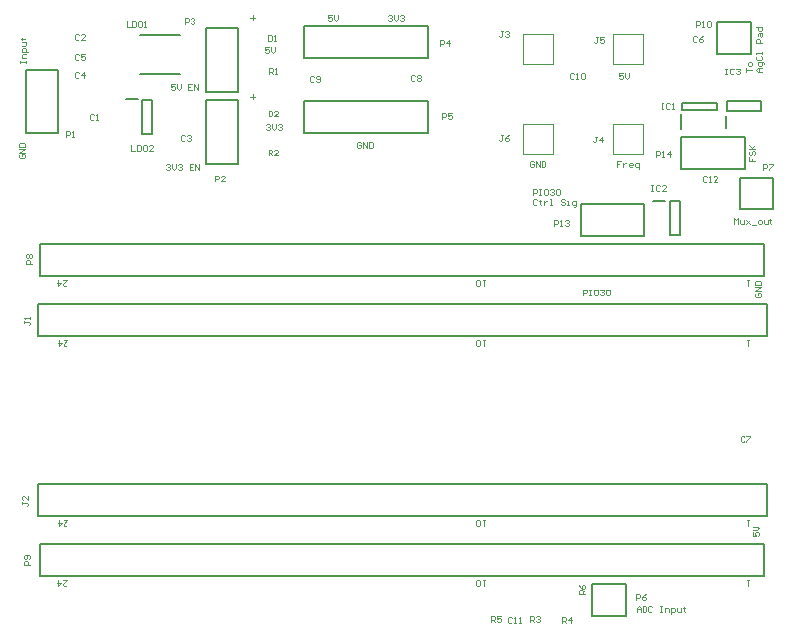
<source format=gto>
G04*
G04 #@! TF.GenerationSoftware,Altium Limited,Altium Designer,20.1.12 (249)*
G04*
G04 Layer_Color=65535*
%FSLAX44Y44*%
%MOMM*%
G71*
G04*
G04 #@! TF.SameCoordinates,28A8639E-1F06-4054-8E9C-96101E26D361*
G04*
G04*
G04 #@! TF.FilePolarity,Positive*
G04*
G01*
G75*
%ADD10C,0.2000*%
%ADD11C,0.1524*%
%ADD12C,0.1000*%
D10*
X644200Y353858D02*
Y380758D01*
X615800D02*
X644200D01*
X615800Y353858D02*
Y380758D01*
Y353858D02*
X644200D01*
X625200Y485550D02*
Y512450D01*
X596800D02*
X625200D01*
X596800Y485550D02*
Y512450D01*
Y485550D02*
X625200D01*
X519200Y9550D02*
Y36450D01*
X490800D02*
X519200D01*
X490800Y9550D02*
Y36450D01*
Y9550D02*
X519200D01*
X23700Y43350D02*
Y70250D01*
Y43350D02*
X636300D01*
Y70250D01*
X23700D02*
X636300D01*
X556442Y360792D02*
X564942D01*
Y331792D02*
Y360792D01*
X556442Y331792D02*
X564942D01*
X556442D02*
Y360792D01*
X542442Y361292D02*
X552942D01*
X605043Y436750D02*
Y445250D01*
X634043D01*
Y436750D02*
Y445250D01*
X605043Y436750D02*
X634043D01*
X604543Y422750D02*
Y433250D01*
X11550Y471900D02*
X38450D01*
X11550Y418100D02*
Y471900D01*
Y418100D02*
X38450D01*
Y471900D01*
X638550Y94100D02*
Y121100D01*
X21450D02*
X638550D01*
X21450Y94100D02*
Y121100D01*
Y94100D02*
X638550D01*
X23700Y297350D02*
Y324250D01*
Y297350D02*
X636300D01*
Y324250D01*
X23700D02*
X636300D01*
X638550Y246500D02*
Y273500D01*
X21450D02*
X638550D01*
X21450Y246500D02*
Y273500D01*
Y246500D02*
X638550D01*
X481100Y331292D02*
Y358192D01*
Y331292D02*
X534900D01*
Y358192D01*
X481100D02*
X534900D01*
X566100Y387800D02*
Y414700D01*
Y387800D02*
X619900D01*
Y414700D01*
X566100D02*
X619900D01*
X565750Y422243D02*
Y434243D01*
X567250Y437743D02*
X596250D01*
Y443743D01*
X567250D02*
X596250D01*
X567250Y437743D02*
Y443743D01*
X246950Y482300D02*
Y509200D01*
Y482300D02*
X351550D01*
Y509200D01*
X246950D02*
X351550D01*
X246950Y418607D02*
Y445508D01*
Y418607D02*
X351550D01*
Y445508D01*
X246950D02*
X351550D01*
X109917Y446389D02*
X118417D01*
Y417389D02*
Y446389D01*
X109917Y417389D02*
X118417D01*
X109917D02*
Y446389D01*
X95917Y446889D02*
X106417D01*
X164300Y392507D02*
X191200D01*
Y446308D01*
X164300D02*
X191200D01*
X164300Y392507D02*
Y446308D01*
Y507150D02*
X191200D01*
X164300Y453350D02*
Y507150D01*
Y453350D02*
X191200D01*
Y507150D01*
D11*
X108236Y468236D02*
X141764D01*
X108236Y501764D02*
X141764D01*
D12*
X432300Y426500D02*
X457700D01*
Y401100D02*
Y426500D01*
X432300Y401100D02*
X457700D01*
X432300D02*
Y426500D01*
X508500D02*
X533900D01*
Y401100D02*
Y426500D01*
X508500Y401100D02*
X533900D01*
X508500D02*
Y426500D01*
Y502700D02*
X533900D01*
Y477300D02*
Y502700D01*
X508500Y477300D02*
X533900D01*
X508500D02*
Y502700D01*
X432300D02*
X457700D01*
Y477300D02*
Y502700D01*
X432300Y477300D02*
X457700D01*
X432300D02*
Y502700D01*
X621188Y470500D02*
Y473832D01*
Y472166D01*
X626186D01*
Y476331D02*
Y477998D01*
X625353Y478831D01*
X623687D01*
X622854Y477998D01*
Y476331D01*
X623687Y475498D01*
X625353D01*
X626186Y476331D01*
X634584Y470500D02*
X631252D01*
X629585Y472166D01*
X631252Y473832D01*
X634584D01*
X632085D01*
Y470500D01*
X636250Y477164D02*
Y477998D01*
X635417Y478831D01*
X631252D01*
Y476331D01*
X632085Y475498D01*
X633751D01*
X634584Y476331D01*
Y478831D01*
X630419Y483829D02*
X629585Y482996D01*
Y481330D01*
X630419Y480497D01*
X633751D01*
X634584Y481330D01*
Y482996D01*
X633751Y483829D01*
X634584Y485495D02*
Y487161D01*
Y486328D01*
X629585D01*
Y485495D01*
X634584Y494659D02*
X629585D01*
Y497158D01*
X630419Y497991D01*
X632085D01*
X632918Y497158D01*
Y494659D01*
X631252Y500490D02*
Y502156D01*
X632085Y502989D01*
X634584D01*
Y500490D01*
X633751Y499657D01*
X632918Y500490D01*
Y502989D01*
X629585Y507988D02*
X634584D01*
Y505489D01*
X633751Y504656D01*
X632085D01*
X631252Y505489D01*
Y507988D01*
X441000Y366064D02*
Y371063D01*
X443499D01*
X444332Y370229D01*
Y368563D01*
X443499Y367730D01*
X441000D01*
X445998Y371063D02*
X447664D01*
X446831D01*
Y366064D01*
X445998D01*
X447664D01*
X452663Y371063D02*
X450997D01*
X450164Y370229D01*
Y366897D01*
X450997Y366064D01*
X452663D01*
X453496Y366897D01*
Y370229D01*
X452663Y371063D01*
X455162Y370229D02*
X455995Y371063D01*
X457661D01*
X458494Y370229D01*
Y369396D01*
X457661Y368563D01*
X456828D01*
X457661D01*
X458494Y367730D01*
Y366897D01*
X457661Y366064D01*
X455995D01*
X455162Y366897D01*
X460160Y370229D02*
X460993Y371063D01*
X462660D01*
X463493Y370229D01*
Y366897D01*
X462660Y366064D01*
X460993D01*
X460160Y366897D01*
Y370229D01*
X444332Y361831D02*
X443499Y362664D01*
X441833D01*
X441000Y361831D01*
Y358499D01*
X441833Y357666D01*
X443499D01*
X444332Y358499D01*
X446831Y361831D02*
Y360998D01*
X445998D01*
X447664D01*
X446831D01*
Y358499D01*
X447664Y357666D01*
X450164Y360998D02*
Y357666D01*
Y359332D01*
X450997Y360165D01*
X451830Y360998D01*
X452663D01*
X455162Y357666D02*
X456828D01*
X455995D01*
Y362664D01*
X455162D01*
X467658Y361831D02*
X466825Y362664D01*
X465159D01*
X464326Y361831D01*
Y360998D01*
X465159Y360165D01*
X466825D01*
X467658Y359332D01*
Y358499D01*
X466825Y357666D01*
X465159D01*
X464326Y358499D01*
X469324Y357666D02*
X470990D01*
X470157D01*
Y360998D01*
X469324D01*
X475155Y356000D02*
X475989D01*
X476822Y356833D01*
Y360998D01*
X474323D01*
X473489Y360165D01*
Y358499D01*
X474323Y357666D01*
X476822D01*
X611000Y341833D02*
Y346831D01*
X612666Y345165D01*
X614332Y346831D01*
Y341833D01*
X615998Y345165D02*
Y342666D01*
X616831Y341833D01*
X619331D01*
Y345165D01*
X620997D02*
X624329Y341833D01*
X622663Y343499D01*
X624329Y345165D01*
X620997Y341833D01*
X625995Y341000D02*
X629327D01*
X631827Y341833D02*
X633493D01*
X634326Y342666D01*
Y344332D01*
X633493Y345165D01*
X631827D01*
X630993Y344332D01*
Y342666D01*
X631827Y341833D01*
X635992Y345165D02*
Y342666D01*
X636825Y341833D01*
X639324D01*
Y345165D01*
X641823Y345998D02*
Y345165D01*
X640990D01*
X642656D01*
X641823D01*
Y342666D01*
X642656Y341833D01*
X528500Y12666D02*
Y15998D01*
X530166Y17665D01*
X531832Y15998D01*
Y12666D01*
Y15165D01*
X528500D01*
X533498Y17665D02*
Y12666D01*
X535998D01*
X536831Y13499D01*
Y16831D01*
X535998Y17665D01*
X533498D01*
X541829Y16831D02*
X540996Y17665D01*
X539330D01*
X538497Y16831D01*
Y13499D01*
X539330Y12666D01*
X540996D01*
X541829Y13499D01*
X548493Y17665D02*
X550160D01*
X549327D01*
Y12666D01*
X548493D01*
X550160D01*
X552659D02*
Y15998D01*
X555158D01*
X555991Y15165D01*
Y12666D01*
X557657Y11000D02*
Y15998D01*
X560156D01*
X560989Y15165D01*
Y13499D01*
X560156Y12666D01*
X557657D01*
X562655Y15998D02*
Y13499D01*
X563489Y12666D01*
X565988D01*
Y15998D01*
X568487Y16831D02*
Y15998D01*
X567654D01*
X569320D01*
X568487D01*
Y13499D01*
X569320Y12666D01*
X483500Y281000D02*
Y285998D01*
X485999D01*
X486832Y285165D01*
Y283499D01*
X485999Y282666D01*
X483500D01*
X488498Y285998D02*
X490164D01*
X489331D01*
Y281000D01*
X488498D01*
X490164D01*
X495163Y285998D02*
X493497D01*
X492664Y285165D01*
Y281833D01*
X493497Y281000D01*
X495163D01*
X495996Y281833D01*
Y285165D01*
X495163Y285998D01*
X497662Y285165D02*
X498495Y285998D01*
X500161D01*
X500994Y285165D01*
Y284332D01*
X500161Y283499D01*
X499328D01*
X500161D01*
X500994Y282666D01*
Y281833D01*
X500161Y281000D01*
X498495D01*
X497662Y281833D01*
X502660Y285165D02*
X503493Y285998D01*
X505160D01*
X505993Y285165D01*
Y281833D01*
X505160Y281000D01*
X503493D01*
X502660Y281833D01*
Y285165D01*
X627002Y80332D02*
Y77000D01*
X629501D01*
X628668Y78666D01*
Y79499D01*
X629501Y80332D01*
X631167D01*
X632000Y79499D01*
Y77833D01*
X631167Y77000D01*
X627002Y81998D02*
X630334D01*
X632000Y83665D01*
X630334Y85331D01*
X627002D01*
X629835Y283332D02*
X629002Y282499D01*
Y280833D01*
X629835Y280000D01*
X633167D01*
X634000Y280833D01*
Y282499D01*
X633167Y283332D01*
X631501D01*
Y281666D01*
X634000Y284998D02*
X629002D01*
X634000Y288331D01*
X629002D01*
Y289997D02*
X634000D01*
Y292496D01*
X633167Y293329D01*
X629835D01*
X629002Y292496D01*
Y289997D01*
X624002Y398332D02*
Y395000D01*
X626501D01*
Y396666D01*
Y395000D01*
X629000D01*
X624835Y403331D02*
X624002Y402497D01*
Y400831D01*
X624835Y399998D01*
X625668D01*
X626501Y400831D01*
Y402497D01*
X627334Y403331D01*
X628167D01*
X629000Y402497D01*
Y400831D01*
X628167Y399998D01*
X624002Y404997D02*
X629000D01*
X627334D01*
X624002Y408329D01*
X626501Y405830D01*
X629000Y408329D01*
X215000Y425165D02*
X215833Y425998D01*
X217499D01*
X218332Y425165D01*
Y424332D01*
X217499Y423499D01*
X216666D01*
X217499D01*
X218332Y422666D01*
Y421833D01*
X217499Y421000D01*
X215833D01*
X215000Y421833D01*
X219998Y425998D02*
Y422666D01*
X221665Y421000D01*
X223331Y422666D01*
Y425998D01*
X224997Y425165D02*
X225830Y425998D01*
X227496D01*
X228329Y425165D01*
Y424332D01*
X227496Y423499D01*
X226663D01*
X227496D01*
X228329Y422666D01*
Y421833D01*
X227496Y421000D01*
X225830D01*
X224997Y421833D01*
X217332Y490998D02*
X214000D01*
Y488499D01*
X215666Y489332D01*
X216499D01*
X217332Y488499D01*
Y486833D01*
X216499Y486000D01*
X214833D01*
X214000Y486833D01*
X218998Y490998D02*
Y487666D01*
X220665Y486000D01*
X222331Y487666D01*
Y490998D01*
X517332Y468998D02*
X514000D01*
Y466499D01*
X515666Y467332D01*
X516499D01*
X517332Y466499D01*
Y464833D01*
X516499Y464000D01*
X514833D01*
X514000Y464833D01*
X518998Y468998D02*
Y465666D01*
X520664Y464000D01*
X522331Y465666D01*
Y468998D01*
X515332Y394664D02*
X512000D01*
Y392165D01*
X513666D01*
X512000D01*
Y389666D01*
X516998Y392998D02*
Y389666D01*
Y391332D01*
X517831Y392165D01*
X518665Y392998D01*
X519497D01*
X524496Y389666D02*
X522830D01*
X521997Y390499D01*
Y392165D01*
X522830Y392998D01*
X524496D01*
X525329Y392165D01*
Y391332D01*
X521997D01*
X530327Y388000D02*
Y392998D01*
X527828D01*
X526995Y392165D01*
Y390499D01*
X527828Y389666D01*
X530327D01*
X441332Y394165D02*
X440499Y394998D01*
X438833D01*
X438000Y394165D01*
Y390833D01*
X438833Y390000D01*
X440499D01*
X441332Y390833D01*
Y392499D01*
X439666D01*
X442998Y390000D02*
Y394998D01*
X446331Y390000D01*
Y394998D01*
X447997D02*
Y390000D01*
X450496D01*
X451329Y390833D01*
Y394165D01*
X450496Y394998D01*
X447997D01*
X318000Y517165D02*
X318833Y517998D01*
X320499D01*
X321332Y517165D01*
Y516332D01*
X320499Y515499D01*
X319666D01*
X320499D01*
X321332Y514666D01*
Y513833D01*
X320499Y513000D01*
X318833D01*
X318000Y513833D01*
X322998Y517998D02*
Y514666D01*
X324664Y513000D01*
X326331Y514666D01*
Y517998D01*
X327997Y517165D02*
X328830Y517998D01*
X330496D01*
X331329Y517165D01*
Y516332D01*
X330496Y515499D01*
X329663D01*
X330496D01*
X331329Y514666D01*
Y513833D01*
X330496Y513000D01*
X328830D01*
X327997Y513833D01*
X270332Y517998D02*
X267000D01*
Y515499D01*
X268666Y516332D01*
X269499D01*
X270332Y515499D01*
Y513833D01*
X269499Y513000D01*
X267833D01*
X267000Y513833D01*
X271998Y517998D02*
Y514666D01*
X273664Y513000D01*
X275331Y514666D01*
Y517998D01*
X295332Y410165D02*
X294499Y410998D01*
X292833D01*
X292000Y410165D01*
Y406833D01*
X292833Y406000D01*
X294499D01*
X295332Y406833D01*
Y408499D01*
X293666D01*
X296998Y406000D02*
Y410998D01*
X300331Y406000D01*
Y410998D01*
X301997D02*
Y406000D01*
X304496D01*
X305329Y406833D01*
Y410165D01*
X304496Y410998D01*
X301997D01*
X130000Y391165D02*
X130833Y391998D01*
X132499D01*
X133332Y391165D01*
Y390332D01*
X132499Y389499D01*
X131666D01*
X132499D01*
X133332Y388666D01*
Y387833D01*
X132499Y387000D01*
X130833D01*
X130000Y387833D01*
X134998Y391998D02*
Y388666D01*
X136664Y387000D01*
X138331Y388666D01*
Y391998D01*
X139997Y391165D02*
X140830Y391998D01*
X142496D01*
X143329Y391165D01*
Y390332D01*
X142496Y389499D01*
X141663D01*
X142496D01*
X143329Y388666D01*
Y387833D01*
X142496Y387000D01*
X140830D01*
X139997Y387833D01*
X153326Y391998D02*
X149993D01*
Y387000D01*
X153326D01*
X149993Y389499D02*
X151660D01*
X154992Y387000D02*
Y391998D01*
X158324Y387000D01*
Y391998D01*
X137332Y459998D02*
X134000D01*
Y457499D01*
X135666Y458332D01*
X136499D01*
X137332Y457499D01*
Y455833D01*
X136499Y455000D01*
X134833D01*
X134000Y455833D01*
X138998Y459998D02*
Y456666D01*
X140665Y455000D01*
X142331Y456666D01*
Y459998D01*
X152327D02*
X148995D01*
Y455000D01*
X152327D01*
X148995Y457499D02*
X150661D01*
X153993Y455000D02*
Y459998D01*
X157326Y455000D01*
Y459998D01*
X6335Y478000D02*
Y479666D01*
Y478833D01*
X11334D01*
Y478000D01*
Y479666D01*
Y482165D02*
X8002D01*
Y484664D01*
X8835Y485498D01*
X11334D01*
X13000Y487164D02*
X8002D01*
Y489663D01*
X8835Y490496D01*
X10501D01*
X11334Y489663D01*
Y487164D01*
X8002Y492162D02*
X10501D01*
X11334Y492995D01*
Y495494D01*
X8002D01*
X7169Y497994D02*
X8002D01*
Y497160D01*
Y498826D01*
Y497994D01*
X10501D01*
X11334Y498826D01*
X6835Y400332D02*
X6002Y399499D01*
Y397833D01*
X6835Y397000D01*
X10167D01*
X11000Y397833D01*
Y399499D01*
X10167Y400332D01*
X8501D01*
Y398666D01*
X11000Y401998D02*
X6002D01*
X11000Y405331D01*
X6002D01*
Y406997D02*
X11000D01*
Y409496D01*
X10167Y410329D01*
X6835D01*
X6002Y409496D01*
Y406997D01*
X42768Y39800D02*
X46100D01*
X42768Y36468D01*
Y35635D01*
X43601Y34802D01*
X45267D01*
X46100Y35635D01*
X38602Y39800D02*
Y34802D01*
X41102Y37301D01*
X37769D01*
X399800Y39800D02*
X398134D01*
X398967D01*
Y34802D01*
X399800Y35635D01*
X395635D02*
X394802Y34802D01*
X393135D01*
X392302Y35635D01*
Y38967D01*
X393135Y39800D01*
X394802D01*
X395635Y38967D01*
Y35635D01*
X623300Y39800D02*
X621634D01*
X622467D01*
Y34802D01*
X623300Y35635D01*
X400300Y90600D02*
X398634D01*
X399467D01*
Y85602D01*
X400300Y86435D01*
X396135D02*
X395302Y85602D01*
X393635D01*
X392802Y86435D01*
Y89767D01*
X393635Y90600D01*
X395302D01*
X396135Y89767D01*
Y86435D01*
X624000Y90600D02*
X622334D01*
X623167D01*
Y85602D01*
X624000Y86435D01*
X43268Y90600D02*
X46600D01*
X43268Y87268D01*
Y86435D01*
X44101Y85602D01*
X45767D01*
X46600Y86435D01*
X39102Y90600D02*
Y85602D01*
X41602Y88101D01*
X38269D01*
X42768Y293800D02*
X46100D01*
X42768Y290468D01*
Y289635D01*
X43601Y288802D01*
X45267D01*
X46100Y289635D01*
X38602Y293800D02*
Y288802D01*
X41102Y291301D01*
X37769D01*
X399800Y293800D02*
X398134D01*
X398967D01*
Y288802D01*
X399800Y289635D01*
X395635D02*
X394802Y288802D01*
X393135D01*
X392302Y289635D01*
Y292967D01*
X393135Y293800D01*
X394802D01*
X395635Y292967D01*
Y289635D01*
X623300Y293800D02*
X621634D01*
X622467D01*
Y288802D01*
X623300Y289635D01*
X400300Y243000D02*
X398634D01*
X399467D01*
Y238002D01*
X400300Y238835D01*
X396135D02*
X395302Y238002D01*
X393635D01*
X392802Y238835D01*
Y242167D01*
X393635Y243000D01*
X395302D01*
X396135Y242167D01*
Y238835D01*
X624000Y243000D02*
X622334D01*
X623167D01*
Y238002D01*
X624000Y238835D01*
X43268Y243000D02*
X46600D01*
X43268Y239668D01*
Y238835D01*
X44101Y238002D01*
X45767D01*
X46600Y238835D01*
X39102Y243000D02*
Y238002D01*
X41602Y240501D01*
X38269D01*
X203600Y447189D02*
Y451474D01*
X205742Y449332D02*
X201458D01*
X203600Y513794D02*
Y518079D01*
X205742Y515937D02*
X201458D01*
X635835Y387501D02*
Y392499D01*
X638334D01*
X639167Y391666D01*
Y390000D01*
X638334Y389167D01*
X635835D01*
X640833Y392499D02*
X644165D01*
Y391666D01*
X640833Y388334D01*
Y387501D01*
X484749Y27835D02*
X479751D01*
Y30334D01*
X480584Y31167D01*
X482250D01*
X483083Y30334D01*
Y27835D01*
Y29501D02*
X484749Y31167D01*
X479751Y36165D02*
X480584Y34499D01*
X482250Y32833D01*
X483916D01*
X484749Y33666D01*
Y35332D01*
X483916Y36165D01*
X483083D01*
X482250Y35332D01*
Y32833D01*
X405335Y4751D02*
Y9749D01*
X407834D01*
X408667Y8916D01*
Y7250D01*
X407834Y6417D01*
X405335D01*
X407001D02*
X408667Y4751D01*
X413665Y9749D02*
X410333D01*
Y7250D01*
X411999Y8083D01*
X412832D01*
X413665Y7250D01*
Y5584D01*
X412832Y4751D01*
X411166D01*
X410333Y5584D01*
X465335Y4001D02*
Y8999D01*
X467834D01*
X468667Y8166D01*
Y6500D01*
X467834Y5667D01*
X465335D01*
X467001D02*
X468667Y4001D01*
X472832D02*
Y8999D01*
X470333Y6500D01*
X473665D01*
X438335Y4242D02*
Y9240D01*
X440834D01*
X441667Y8407D01*
Y6741D01*
X440834Y5908D01*
X438335D01*
X440001D02*
X441667Y4242D01*
X443333Y8407D02*
X444166Y9240D01*
X445832D01*
X446665Y8407D01*
Y7574D01*
X445832Y6741D01*
X444999D01*
X445832D01*
X446665Y5908D01*
Y5075D01*
X445832Y4242D01*
X444166D01*
X443333Y5075D01*
X578752Y508251D02*
Y513249D01*
X581251D01*
X582084Y512416D01*
Y510750D01*
X581251Y509917D01*
X578752D01*
X583750Y508251D02*
X585416D01*
X584584D01*
Y513249D01*
X583750Y512416D01*
X587916D02*
X588749Y513249D01*
X590415D01*
X591248Y512416D01*
Y509084D01*
X590415Y508251D01*
X588749D01*
X587916Y509084D01*
Y512416D01*
X527842Y23501D02*
Y28499D01*
X530341D01*
X531175Y27666D01*
Y26000D01*
X530341Y25167D01*
X527842D01*
X536173Y28499D02*
X534507Y27666D01*
X532841Y26000D01*
Y24334D01*
X533674Y23501D01*
X535340D01*
X536173Y24334D01*
Y25167D01*
X535340Y26000D01*
X532841D01*
X603300Y473114D02*
X604966D01*
X604133D01*
Y468116D01*
X603300D01*
X604966D01*
X610798Y472281D02*
X609964Y473114D01*
X608298D01*
X607465Y472281D01*
Y468949D01*
X608298Y468116D01*
X609964D01*
X610798Y468949D01*
X612464Y472281D02*
X613297Y473114D01*
X614963D01*
X615796Y472281D01*
Y471448D01*
X614963Y470615D01*
X614130D01*
X614963D01*
X615796Y469782D01*
Y468949D01*
X614963Y468116D01*
X613297D01*
X612464Y468949D01*
X540673Y374504D02*
X542340D01*
X541507D01*
Y369506D01*
X540673D01*
X542340D01*
X548171Y373671D02*
X547338Y374504D01*
X545672D01*
X544839Y373671D01*
Y370339D01*
X545672Y369506D01*
X547338D01*
X548171Y370339D01*
X553169Y369506D02*
X549837D01*
X553169Y372838D01*
Y373671D01*
X552336Y374504D01*
X550670D01*
X549837Y373671D01*
X587769Y381399D02*
X586936Y382232D01*
X585270D01*
X584437Y381399D01*
Y378066D01*
X585270Y377233D01*
X586936D01*
X587769Y378066D01*
X589435Y377233D02*
X591101D01*
X590268D01*
Y382232D01*
X589435Y381399D01*
X596933Y377233D02*
X593601D01*
X596933Y380565D01*
Y381399D01*
X596100Y382232D01*
X594434D01*
X593601Y381399D01*
X423110Y7657D02*
X422277Y8490D01*
X420611D01*
X419778Y7657D01*
Y4325D01*
X420611Y3492D01*
X422277D01*
X423110Y4325D01*
X424776Y3492D02*
X426442D01*
X425609D01*
Y8490D01*
X424776Y7657D01*
X428941Y3492D02*
X430607D01*
X429774D01*
Y8490D01*
X428941Y7657D01*
X415167Y416499D02*
X413501D01*
X414334D01*
Y412334D01*
X413501Y411501D01*
X412668D01*
X411835Y412334D01*
X420165Y416499D02*
X418499Y415666D01*
X416833Y414000D01*
Y412334D01*
X417666Y411501D01*
X419332D01*
X420165Y412334D01*
Y413167D01*
X419332Y414000D01*
X416833D01*
X496167Y499499D02*
X494501D01*
X495334D01*
Y495334D01*
X494501Y494501D01*
X493668D01*
X492835Y495334D01*
X501165Y499499D02*
X497833D01*
Y497000D01*
X499499Y497833D01*
X500332D01*
X501165Y497000D01*
Y495334D01*
X500332Y494501D01*
X498666D01*
X497833Y495334D01*
X495167Y415499D02*
X493501D01*
X494334D01*
Y411334D01*
X493501Y410501D01*
X492668D01*
X491835Y411334D01*
X499332Y410501D02*
Y415499D01*
X496833Y413000D01*
X500165D01*
X415167Y504499D02*
X413501D01*
X414334D01*
Y500334D01*
X413501Y499501D01*
X412668D01*
X411835Y500334D01*
X416833Y503666D02*
X417666Y504499D01*
X419332D01*
X420165Y503666D01*
Y502833D01*
X419332Y502000D01*
X418499D01*
X419332D01*
X420165Y501167D01*
Y500334D01*
X419332Y499501D01*
X417666D01*
X416833Y500334D01*
X216835Y399501D02*
Y404499D01*
X219334D01*
X220167Y403666D01*
Y402000D01*
X219334Y401167D01*
X216835D01*
X218501D02*
X220167Y399501D01*
X225165D02*
X221833D01*
X225165Y402833D01*
Y403666D01*
X224332Y404499D01*
X222666D01*
X221833Y403666D01*
X217668Y468501D02*
Y473499D01*
X220167D01*
X221000Y472666D01*
Y471000D01*
X220167Y470167D01*
X217668D01*
X219334D02*
X221000Y468501D01*
X222666D02*
X224332D01*
X223499D01*
Y473499D01*
X222666Y472666D01*
X544752Y398501D02*
Y403499D01*
X547251D01*
X548084Y402666D01*
Y401000D01*
X547251Y400167D01*
X544752D01*
X549750Y398501D02*
X551417D01*
X550583D01*
Y403499D01*
X549750Y402666D01*
X556415Y398501D02*
Y403499D01*
X553916Y401000D01*
X557248D01*
X458752Y339501D02*
Y344499D01*
X461251D01*
X462084Y343666D01*
Y342000D01*
X461251Y341167D01*
X458752D01*
X463750Y339501D02*
X465416D01*
X464583D01*
Y344499D01*
X463750Y343666D01*
X467916D02*
X468749Y344499D01*
X470415D01*
X471248Y343666D01*
Y342833D01*
X470415Y342000D01*
X469582D01*
X470415D01*
X471248Y341167D01*
Y340334D01*
X470415Y339501D01*
X468749D01*
X467916Y340334D01*
X14499Y52835D02*
X9501D01*
Y55334D01*
X10334Y56167D01*
X12000D01*
X12833Y55334D01*
Y52835D01*
X13666Y57833D02*
X14499Y58666D01*
Y60332D01*
X13666Y61165D01*
X10334D01*
X9501Y60332D01*
Y58666D01*
X10334Y57833D01*
X11167D01*
X12000Y58666D01*
Y61165D01*
X16499Y307835D02*
X11501D01*
Y310334D01*
X12334Y311167D01*
X14000D01*
X14833Y310334D01*
Y307835D01*
X12334Y312833D02*
X11501Y313666D01*
Y315332D01*
X12334Y316165D01*
X13167D01*
X14000Y315332D01*
X14833Y316165D01*
X15666D01*
X16499Y315332D01*
Y313666D01*
X15666Y312833D01*
X14833D01*
X14000Y313666D01*
X13167Y312833D01*
X12334D01*
X14000Y313666D02*
Y315332D01*
X363835Y430501D02*
Y435499D01*
X366334D01*
X367167Y434666D01*
Y433000D01*
X366334Y432167D01*
X363835D01*
X372165Y435499D02*
X368833D01*
Y433000D01*
X370499Y433833D01*
X371332D01*
X372165Y433000D01*
Y431334D01*
X371332Y430501D01*
X369666D01*
X368833Y431334D01*
X361835Y492501D02*
Y497499D01*
X364334D01*
X365167Y496666D01*
Y495000D01*
X364334Y494167D01*
X361835D01*
X369332Y492501D02*
Y497499D01*
X366833Y495000D01*
X370165D01*
X145835Y510501D02*
Y515499D01*
X148334D01*
X149167Y514666D01*
Y513000D01*
X148334Y512167D01*
X145835D01*
X150833Y514666D02*
X151666Y515499D01*
X153332D01*
X154165Y514666D01*
Y513833D01*
X153332Y513000D01*
X152499D01*
X153332D01*
X154165Y512167D01*
Y511334D01*
X153332Y510501D01*
X151666D01*
X150833Y511334D01*
X171835Y377501D02*
Y382499D01*
X174334D01*
X175167Y381666D01*
Y380000D01*
X174334Y379167D01*
X171835D01*
X180165Y377501D02*
X176833D01*
X180165Y380833D01*
Y381666D01*
X179332Y382499D01*
X177666D01*
X176833Y381666D01*
X45668Y415501D02*
Y420499D01*
X48167D01*
X49000Y419666D01*
Y418000D01*
X48167Y417167D01*
X45668D01*
X50666Y415501D02*
X52332D01*
X51499D01*
Y420499D01*
X50666Y419666D01*
X100836Y408499D02*
Y403501D01*
X104169D01*
X105835Y408499D02*
Y403501D01*
X108334D01*
X109167Y404334D01*
Y407666D01*
X108334Y408499D01*
X105835D01*
X113332D02*
X111666D01*
X110833Y407666D01*
Y404334D01*
X111666Y403501D01*
X113332D01*
X114165Y404334D01*
Y407666D01*
X113332Y408499D01*
X119164Y403501D02*
X115831D01*
X119164Y406833D01*
Y407666D01*
X118331Y408499D01*
X116664D01*
X115831Y407666D01*
X96669Y513499D02*
Y508501D01*
X100002D01*
X101668Y513499D02*
Y508501D01*
X104167D01*
X105000Y509334D01*
Y512666D01*
X104167Y513499D01*
X101668D01*
X109165D02*
X107499D01*
X106666Y512666D01*
Y509334D01*
X107499Y508501D01*
X109165D01*
X109998Y509334D01*
Y512666D01*
X109165Y513499D01*
X111664Y508501D02*
X113331D01*
X112498D01*
Y513499D01*
X111664Y512666D01*
X8501Y106167D02*
Y104501D01*
Y105334D01*
X12666D01*
X13499Y104501D01*
Y103668D01*
X12666Y102835D01*
X13499Y111165D02*
Y107833D01*
X10167Y111165D01*
X9334D01*
X8501Y110332D01*
Y108666D01*
X9334Y107833D01*
X9501Y259000D02*
Y257334D01*
Y258167D01*
X13666D01*
X14499Y257334D01*
Y256501D01*
X13666Y255668D01*
X14499Y260666D02*
Y262332D01*
Y261499D01*
X9501D01*
X10334Y260666D01*
X549585Y443499D02*
X551251D01*
X550418D01*
Y438501D01*
X549585D01*
X551251D01*
X557083Y442666D02*
X556250Y443499D01*
X554584D01*
X553750Y442666D01*
Y439334D01*
X554584Y438501D01*
X556250D01*
X557083Y439334D01*
X558749Y438501D02*
X560415D01*
X559582D01*
Y443499D01*
X558749Y442666D01*
X216835Y437499D02*
Y432501D01*
X219334D01*
X220167Y433334D01*
Y436666D01*
X219334Y437499D01*
X216835D01*
X225165Y432501D02*
X221833D01*
X225165Y435833D01*
Y436666D01*
X224332Y437499D01*
X222666D01*
X221833Y436666D01*
X216668Y501499D02*
Y496501D01*
X219167D01*
X220000Y497334D01*
Y500666D01*
X219167Y501499D01*
X216668D01*
X221666Y496501D02*
X223332D01*
X222499D01*
Y501499D01*
X221666Y500666D01*
X475314Y468471D02*
X474481Y469304D01*
X472815D01*
X471982Y468471D01*
Y465139D01*
X472815Y464306D01*
X474481D01*
X475314Y465139D01*
X476980Y464306D02*
X478647D01*
X477813D01*
Y469304D01*
X476980Y468471D01*
X481146D02*
X481979Y469304D01*
X483645D01*
X484478Y468471D01*
Y465139D01*
X483645Y464306D01*
X481979D01*
X481146Y465139D01*
Y468471D01*
X255167Y465666D02*
X254334Y466499D01*
X252668D01*
X251835Y465666D01*
Y462334D01*
X252668Y461501D01*
X254334D01*
X255167Y462334D01*
X256833D02*
X257666Y461501D01*
X259332D01*
X260165Y462334D01*
Y465666D01*
X259332Y466499D01*
X257666D01*
X256833Y465666D01*
Y464833D01*
X257666Y464000D01*
X260165D01*
X341167Y466666D02*
X340334Y467499D01*
X338668D01*
X337835Y466666D01*
Y463334D01*
X338668Y462501D01*
X340334D01*
X341167Y463334D01*
X342833Y466666D02*
X343666Y467499D01*
X345332D01*
X346165Y466666D01*
Y465833D01*
X345332Y465000D01*
X346165Y464167D01*
Y463334D01*
X345332Y462501D01*
X343666D01*
X342833Y463334D01*
Y464167D01*
X343666Y465000D01*
X342833Y465833D01*
Y466666D01*
X343666Y465000D02*
X345332D01*
X619840Y161131D02*
X619007Y161964D01*
X617341D01*
X616508Y161131D01*
Y157799D01*
X617341Y156966D01*
X619007D01*
X619840Y157799D01*
X621506Y161964D02*
X624839D01*
Y161131D01*
X621506Y157799D01*
Y156966D01*
X579708Y499713D02*
X578875Y500546D01*
X577209D01*
X576376Y499713D01*
Y496381D01*
X577209Y495548D01*
X578875D01*
X579708Y496381D01*
X584707Y500546D02*
X583041Y499713D01*
X581374Y498047D01*
Y496381D01*
X582207Y495548D01*
X583873D01*
X584707Y496381D01*
Y497214D01*
X583873Y498047D01*
X581374D01*
X56667Y484166D02*
X55834Y484999D01*
X54168D01*
X53335Y484166D01*
Y480834D01*
X54168Y480001D01*
X55834D01*
X56667Y480834D01*
X61665Y484999D02*
X58333D01*
Y482500D01*
X59999Y483333D01*
X60832D01*
X61665Y482500D01*
Y480834D01*
X60832Y480001D01*
X59166D01*
X58333Y480834D01*
X56667Y469166D02*
X55834Y469999D01*
X54168D01*
X53335Y469166D01*
Y465834D01*
X54168Y465001D01*
X55834D01*
X56667Y465834D01*
X60832Y465001D02*
Y469999D01*
X58333Y467500D01*
X61665D01*
X146167Y415666D02*
X145334Y416499D01*
X143668D01*
X142835Y415666D01*
Y412334D01*
X143668Y411501D01*
X145334D01*
X146167Y412334D01*
X147833Y415666D02*
X148666Y416499D01*
X150332D01*
X151165Y415666D01*
Y414833D01*
X150332Y414000D01*
X149499D01*
X150332D01*
X151165Y413167D01*
Y412334D01*
X150332Y411501D01*
X148666D01*
X147833Y412334D01*
X56667Y501666D02*
X55834Y502499D01*
X54168D01*
X53335Y501666D01*
Y498334D01*
X54168Y497501D01*
X55834D01*
X56667Y498334D01*
X61665Y497501D02*
X58333D01*
X61665Y500833D01*
Y501666D01*
X60832Y502499D01*
X59166D01*
X58333Y501666D01*
X69000Y433666D02*
X68167Y434499D01*
X66501D01*
X65668Y433666D01*
Y430334D01*
X66501Y429501D01*
X68167D01*
X69000Y430334D01*
X70666Y429501D02*
X72332D01*
X71499D01*
Y434499D01*
X70666Y433666D01*
M02*

</source>
